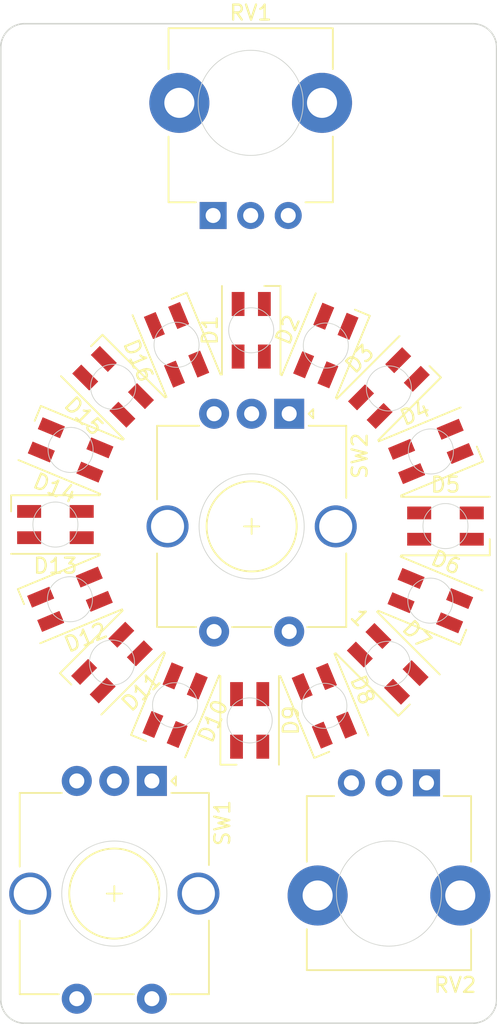
<source format=kicad_pcb>
(kicad_pcb (version 20171130) (host pcbnew "(5.1.5-0-10_14)")

  (general
    (thickness 1.6)
    (drawings 28)
    (tracks 0)
    (zones 0)
    (modules 20)
    (nets 29)
  )

  (page A4)
  (layers
    (0 F.Cu signal)
    (31 B.Cu signal)
    (32 B.Adhes user)
    (33 F.Adhes user)
    (34 B.Paste user)
    (35 F.Paste user)
    (36 B.SilkS user)
    (37 F.SilkS user)
    (38 B.Mask user)
    (39 F.Mask user)
    (40 Dwgs.User user)
    (41 Cmts.User user)
    (42 Eco1.User user)
    (43 Eco2.User user)
    (44 Edge.Cuts user)
    (45 Margin user)
    (46 B.CrtYd user hide)
    (47 F.CrtYd user hide)
    (48 B.Fab user hide)
    (49 F.Fab user hide)
  )

  (setup
    (last_trace_width 0.127)
    (trace_clearance 0.1016)
    (zone_clearance 0.508)
    (zone_45_only no)
    (trace_min 0.0889)
    (via_size 0.8)
    (via_drill 0.4)
    (via_min_size 0.4)
    (via_min_drill 0.3)
    (uvia_size 0.3)
    (uvia_drill 0.1)
    (uvias_allowed no)
    (uvia_min_size 0.2)
    (uvia_min_drill 0.1)
    (edge_width 0.05)
    (segment_width 0.2)
    (pcb_text_width 0.3)
    (pcb_text_size 1.5 1.5)
    (mod_edge_width 0.12)
    (mod_text_size 1 1)
    (mod_text_width 0.15)
    (pad_size 1.524 1.524)
    (pad_drill 0.762)
    (pad_to_mask_clearance 0.051)
    (solder_mask_min_width 0.25)
    (aux_axis_origin 197.7898 97.947429)
    (grid_origin 140.195487 90.830974)
    (visible_elements FFFFFF7F)
    (pcbplotparams
      (layerselection 0x010fc_ffffffff)
      (usegerberextensions false)
      (usegerberattributes false)
      (usegerberadvancedattributes false)
      (creategerberjobfile false)
      (excludeedgelayer true)
      (linewidth 0.050000)
      (plotframeref false)
      (viasonmask false)
      (mode 1)
      (useauxorigin false)
      (hpglpennumber 1)
      (hpglpenspeed 20)
      (hpglpendiameter 15.000000)
      (psnegative false)
      (psa4output false)
      (plotreference true)
      (plotvalue true)
      (plotinvisibletext false)
      (padsonsilk false)
      (subtractmaskfromsilk false)
      (outputformat 4)
      (mirror false)
      (drillshape 2)
      (scaleselection 1)
      (outputdirectory "gerber"))
  )

  (net 0 "")
  (net 1 GNDD)
  (net 2 +5V)
  (net 3 "Net-(D1-Pad2)")
  (net 4 "Net-(D2-Pad2)")
  (net 5 "Net-(D3-Pad2)")
  (net 6 "Net-(D4-Pad2)")
  (net 7 "Net-(D5-Pad2)")
  (net 8 "Net-(D6-Pad2)")
  (net 9 "Net-(D7-Pad2)")
  (net 10 "Net-(D8-Pad2)")
  (net 11 "Net-(D10-Pad4)")
  (net 12 "Net-(D10-Pad2)")
  (net 13 "Net-(D11-Pad2)")
  (net 14 "Net-(D12-Pad2)")
  (net 15 "Net-(D13-Pad2)")
  (net 16 "Net-(D14-Pad2)")
  (net 17 "Net-(D15-Pad2)")
  (net 18 "Net-(D16-Pad2)")
  (net 19 +3V3)
  (net 20 /GPIO32_PREVIEW)
  (net 21 /GPIO15_SPEED)
  (net 22 /GPIO16_BRIGHT)
  (net 23 "Net-(R1-Pad2)")
  (net 24 "Net-(R2-Pad2)")
  (net 25 "Net-(R3-Pad2)")
  (net 26 "Net-(R4-Pad2)")
  (net 27 "Net-(R10-Pad2)")
  (net 28 "Net-(R11-Pad2)")

  (net_class Default "This is the default net class."
    (clearance 0.1016)
    (trace_width 0.127)
    (via_dia 0.8)
    (via_drill 0.4)
    (uvia_dia 0.3)
    (uvia_drill 0.1)
    (add_net /GPIO15_SPEED)
    (add_net /GPIO16_BRIGHT)
    (add_net /GPIO32_PREVIEW)
    (add_net "Net-(D1-Pad2)")
    (add_net "Net-(D10-Pad2)")
    (add_net "Net-(D10-Pad4)")
    (add_net "Net-(D11-Pad2)")
    (add_net "Net-(D12-Pad2)")
    (add_net "Net-(D13-Pad2)")
    (add_net "Net-(D14-Pad2)")
    (add_net "Net-(D15-Pad2)")
    (add_net "Net-(D16-Pad2)")
    (add_net "Net-(D2-Pad2)")
    (add_net "Net-(D3-Pad2)")
    (add_net "Net-(D4-Pad2)")
    (add_net "Net-(D5-Pad2)")
    (add_net "Net-(D6-Pad2)")
    (add_net "Net-(D7-Pad2)")
    (add_net "Net-(D8-Pad2)")
    (add_net "Net-(R1-Pad2)")
    (add_net "Net-(R10-Pad2)")
    (add_net "Net-(R11-Pad2)")
    (add_net "Net-(R2-Pad2)")
    (add_net "Net-(R3-Pad2)")
    (add_net "Net-(R4-Pad2)")
  )

  (net_class Power ""
    (clearance 0.2)
    (trace_width 0.5)
    (via_dia 1.016)
    (via_drill 0.4)
    (uvia_dia 0.3)
    (uvia_drill 0.1)
    (add_net +3V3)
    (add_net +5V)
    (add_net GNDD)
  )

  (module Rotary_Encoder:RotaryEncoder_Alps_EC12E-Switch_Vertical_H20mm_CircularMountingHoles (layer F.Cu) (tedit 5A64F967) (tstamp 5E105558)
    (at 138.551587 119.868843 270)
    (descr "Alps rotary encoder, EC12E... with switch, vertical shaft, mounting holes with circular drills, http://www.alps.com/prod/info/E/HTML/Encoder/Incremental/EC12E/EC12E1240405.html & http://cdn-reichelt.de/documents/datenblatt/F100/402097STEC12E08.PDF")
    (tags "rotary encoder")
    (path /5E2ABEA9)
    (fp_text reference SW1 (at 2.8 -4.7 90) (layer F.SilkS)
      (effects (font (size 1 1) (thickness 0.15)))
    )
    (fp_text value Mode_Encoder (at 7.5 10.4 90) (layer F.Fab)
      (effects (font (size 1 1) (thickness 0.15)))
    )
    (fp_circle (center 7.5 2.5) (end 10.5 2.5) (layer F.Fab) (width 0.12))
    (fp_circle (center 7.5 2.5) (end 10.5 2.5) (layer F.SilkS) (width 0.12))
    (fp_line (start 16 10) (end -1.5 10) (layer F.CrtYd) (width 0.05))
    (fp_line (start 16 10) (end 16 -5) (layer F.CrtYd) (width 0.05))
    (fp_line (start -1.5 -5) (end -1.5 10) (layer F.CrtYd) (width 0.05))
    (fp_line (start -1.5 -5) (end 16 -5) (layer F.CrtYd) (width 0.05))
    (fp_line (start 1.9 -3.7) (end 14.1 -3.7) (layer F.Fab) (width 0.12))
    (fp_line (start 14.1 -3.7) (end 14.1 8.7) (layer F.Fab) (width 0.12))
    (fp_line (start 14.1 8.7) (end 0.9 8.7) (layer F.Fab) (width 0.12))
    (fp_line (start 0.9 8.7) (end 0.9 -2.6) (layer F.Fab) (width 0.12))
    (fp_line (start 0.9 -2.6) (end 1.9 -3.7) (layer F.Fab) (width 0.12))
    (fp_line (start 9.3 -3.8) (end 14.2 -3.8) (layer F.SilkS) (width 0.12))
    (fp_line (start 14.2 8.8) (end 9.3 8.8) (layer F.SilkS) (width 0.12))
    (fp_line (start 5.7 8.8) (end 0.8 8.8) (layer F.SilkS) (width 0.12))
    (fp_line (start 0.8 8.8) (end 0.8 6) (layer F.SilkS) (width 0.12))
    (fp_line (start 5.6 -3.8) (end 0.8 -3.8) (layer F.SilkS) (width 0.12))
    (fp_line (start 0.8 -3.8) (end 0.8 -1.3) (layer F.SilkS) (width 0.12))
    (fp_line (start 0 -1.3) (end -0.3 -1.6) (layer F.SilkS) (width 0.12))
    (fp_line (start -0.3 -1.6) (end 0.3 -1.6) (layer F.SilkS) (width 0.12))
    (fp_line (start 0.3 -1.6) (end 0 -1.3) (layer F.SilkS) (width 0.12))
    (fp_line (start 7.5 -0.5) (end 7.5 5.5) (layer F.Fab) (width 0.12))
    (fp_line (start 4.5 2.5) (end 10.5 2.5) (layer F.Fab) (width 0.12))
    (fp_line (start 14.2 -3.8) (end 14.2 -1.2) (layer F.SilkS) (width 0.12))
    (fp_line (start 14.2 1.2) (end 14.2 3.8) (layer F.SilkS) (width 0.12))
    (fp_line (start 14.2 6.2) (end 14.2 8.8) (layer F.SilkS) (width 0.12))
    (fp_line (start 7.5 2) (end 7.5 3) (layer F.SilkS) (width 0.12))
    (fp_line (start 7 2.5) (end 8 2.5) (layer F.SilkS) (width 0.12))
    (fp_text user %R (at 11.5 6.6 90) (layer F.Fab)
      (effects (font (size 1 1) (thickness 0.15)))
    )
    (pad A thru_hole rect (at 0 0 270) (size 2 2) (drill 1) (layers *.Cu *.Mask)
      (net 23 "Net-(R1-Pad2)"))
    (pad C thru_hole circle (at 0 2.5 270) (size 2 2) (drill 1) (layers *.Cu *.Mask)
      (net 1 GNDD))
    (pad B thru_hole circle (at 0 5 270) (size 2 2) (drill 1) (layers *.Cu *.Mask)
      (net 24 "Net-(R2-Pad2)"))
    (pad MP thru_hole circle (at 7.5 -3.1 270) (size 2.8 2.8) (drill 2.2) (layers *.Cu *.Mask))
    (pad MP thru_hole circle (at 7.5 8.1 270) (size 2.8 2.8) (drill 2.2) (layers *.Cu *.Mask))
    (pad S1 thru_hole circle (at 14.5 0 270) (size 2 2) (drill 1) (layers *.Cu *.Mask)
      (net 1 GNDD))
    (pad S2 thru_hole circle (at 14.5 5 270) (size 2 2) (drill 1) (layers *.Cu *.Mask)
      (net 27 "Net-(R10-Pad2)"))
    (model ${KISYS3DMOD}/Rotary_Encoder.3dshapes/RotaryEncoder_Alps_EC12E-Switch_Vertical_H20mm_CircularMountingHoles.wrl
      (at (xyz 0 0 0))
      (scale (xyz 1 1 1))
      (rotate (xyz 0 0 0))
    )
  )

  (module LED_SMD:LED_SK6812MINI_PLCC4_3.5x3.5mm_P1.75mm (layer F.Cu) (tedit 5AA4B22F) (tstamp 5DAE1105)
    (at 135.969624 93.628387 135)
    (descr https://cdn-shop.adafruit.com/product-files/2686/SK6812MINI_REV.01-1-2.pdf)
    (tags "LED RGB NeoPixel Mini")
    (path /5DB65B9F)
    (attr smd)
    (fp_text reference D15 (at 0 -2.75 135) (layer F.SilkS)
      (effects (font (size 1 1) (thickness 0.15)))
    )
    (fp_text value WS2812B (at 0 3.25 135) (layer F.Fab)
      (effects (font (size 1 1) (thickness 0.15)))
    )
    (fp_circle (center 0 0) (end 0 -1.5) (layer F.Fab) (width 0.1))
    (fp_line (start 2.95 1.95) (end 2.95 0.875) (layer F.SilkS) (width 0.12))
    (fp_line (start -2.95 1.95) (end 2.95 1.95) (layer F.SilkS) (width 0.12))
    (fp_line (start -2.95 -1.95) (end 2.95 -1.95) (layer F.SilkS) (width 0.12))
    (fp_line (start 1.75 -1.75) (end -1.75 -1.75) (layer F.Fab) (width 0.1))
    (fp_line (start 1.75 1.75) (end 1.75 -1.75) (layer F.Fab) (width 0.1))
    (fp_line (start -1.75 1.75) (end 1.75 1.75) (layer F.Fab) (width 0.1))
    (fp_line (start -1.75 -1.75) (end -1.75 1.75) (layer F.Fab) (width 0.1))
    (fp_line (start 1.75 0.75) (end 0.75 1.75) (layer F.Fab) (width 0.1))
    (fp_line (start -2.8 -2) (end -2.8 2) (layer F.CrtYd) (width 0.05))
    (fp_line (start -2.8 2) (end 2.8 2) (layer F.CrtYd) (width 0.05))
    (fp_line (start 2.8 2) (end 2.8 -2) (layer F.CrtYd) (width 0.05))
    (fp_line (start 2.8 -2) (end -2.8 -2) (layer F.CrtYd) (width 0.05))
    (fp_text user %R (at 0 0 135) (layer F.Fab)
      (effects (font (size 0.5 0.5) (thickness 0.1)))
    )
    (fp_text user 1 (at -3.5 -0.875 135) (layer F.SilkS) hide
      (effects (font (size 1 1) (thickness 0.15)))
    )
    (pad 1 smd rect (at -1.75 -0.875 135) (size 1.6 0.85) (layers F.Cu F.Paste F.Mask)
      (net 2 +5V))
    (pad 2 smd rect (at -1.75 0.875 135) (size 1.6 0.85) (layers F.Cu F.Paste F.Mask)
      (net 17 "Net-(D15-Pad2)"))
    (pad 4 smd rect (at 1.75 -0.875 135) (size 1.6 0.85) (layers F.Cu F.Paste F.Mask)
      (net 16 "Net-(D14-Pad2)"))
    (pad 3 smd rect (at 1.75 0.875 135) (size 1.6 0.85) (layers F.Cu F.Paste F.Mask)
      (net 1 GNDD))
    (model ${KISYS3DMOD}/LED_SMD.3dshapes/LED_SK6812MINI_PLCC4_3.5x3.5mm_P1.75mm.wrl
      (at (xyz 0 0 0))
      (scale (xyz 1 1 1))
      (rotate (xyz 0 0 0))
    )
  )

  (module LED_SMD:LED_SK6812MINI_PLCC4_3.5x3.5mm_P1.75mm (layer F.Cu) (tedit 5AA4B22F) (tstamp 5E03B2FF)
    (at 145.16795 89.863313 90)
    (descr https://cdn-shop.adafruit.com/product-files/2686/SK6812MINI_REV.01-1-2.pdf)
    (tags "LED RGB NeoPixel Mini")
    (path /5DB39DEB)
    (attr smd)
    (fp_text reference D1 (at 0 -2.75 90) (layer F.SilkS)
      (effects (font (size 1 1) (thickness 0.15)))
    )
    (fp_text value WS2812B (at 0 3.25 90) (layer F.Fab)
      (effects (font (size 1 1) (thickness 0.15)))
    )
    (fp_circle (center 0 0) (end 0 -1.5) (layer F.Fab) (width 0.1))
    (fp_line (start 2.95 1.95) (end 2.95 0.875) (layer F.SilkS) (width 0.12))
    (fp_line (start -2.95 1.95) (end 2.95 1.95) (layer F.SilkS) (width 0.12))
    (fp_line (start -2.95 -1.95) (end 2.95 -1.95) (layer F.SilkS) (width 0.12))
    (fp_line (start 1.75 -1.75) (end -1.75 -1.75) (layer F.Fab) (width 0.1))
    (fp_line (start 1.75 1.75) (end 1.75 -1.75) (layer F.Fab) (width 0.1))
    (fp_line (start -1.75 1.75) (end 1.75 1.75) (layer F.Fab) (width 0.1))
    (fp_line (start -1.75 -1.75) (end -1.75 1.75) (layer F.Fab) (width 0.1))
    (fp_line (start 1.75 0.75) (end 0.75 1.75) (layer F.Fab) (width 0.1))
    (fp_line (start -2.8 -2) (end -2.8 2) (layer F.CrtYd) (width 0.05))
    (fp_line (start -2.8 2) (end 2.8 2) (layer F.CrtYd) (width 0.05))
    (fp_line (start 2.8 2) (end 2.8 -2) (layer F.CrtYd) (width 0.05))
    (fp_line (start 2.8 -2) (end -2.8 -2) (layer F.CrtYd) (width 0.05))
    (fp_text user %R (at 0 0 90) (layer F.Fab)
      (effects (font (size 0.5 0.5) (thickness 0.1)))
    )
    (fp_text user 1 (at -3.5 -0.875 90) (layer F.SilkS) hide
      (effects (font (size 1 1) (thickness 0.15)))
    )
    (pad 1 smd rect (at -1.75 -0.875 90) (size 1.6 0.85) (layers F.Cu F.Paste F.Mask)
      (net 2 +5V))
    (pad 2 smd rect (at -1.75 0.875 90) (size 1.6 0.85) (layers F.Cu F.Paste F.Mask)
      (net 3 "Net-(D1-Pad2)"))
    (pad 4 smd rect (at 1.75 -0.875 90) (size 1.6 0.85) (layers F.Cu F.Paste F.Mask)
      (net 20 /GPIO32_PREVIEW))
    (pad 3 smd rect (at 1.75 0.875 90) (size 1.6 0.85) (layers F.Cu F.Paste F.Mask)
      (net 1 GNDD))
    (model ${KISYS3DMOD}/LED_SMD.3dshapes/LED_SK6812MINI_PLCC4_3.5x3.5mm_P1.75mm.wrl
      (at (xyz 0 0 0))
      (scale (xyz 1 1 1))
      (rotate (xyz 0 0 0))
    )
  )

  (module LED_SMD:LED_SK6812MINI_PLCC4_3.5x3.5mm_P1.75mm (layer F.Cu) (tedit 5AA4B22F) (tstamp 5DAE111C)
    (at 140.195487 90.830974 112.5)
    (descr https://cdn-shop.adafruit.com/product-files/2686/SK6812MINI_REV.01-1-2.pdf)
    (tags "LED RGB NeoPixel Mini")
    (path /5DB65BA5)
    (attr smd)
    (fp_text reference D16 (at 0.000001 -2.75 112.5) (layer F.SilkS)
      (effects (font (size 1 1) (thickness 0.15)))
    )
    (fp_text value WS2812B (at 0 3.249999 112.5) (layer F.Fab)
      (effects (font (size 1 1) (thickness 0.15)))
    )
    (fp_circle (center 0 0) (end 0 -1.5) (layer F.Fab) (width 0.1))
    (fp_line (start 2.95 1.95) (end 2.95 0.875) (layer F.SilkS) (width 0.12))
    (fp_line (start -2.95 1.95) (end 2.95 1.95) (layer F.SilkS) (width 0.12))
    (fp_line (start -2.95 -1.95) (end 2.95 -1.95) (layer F.SilkS) (width 0.12))
    (fp_line (start 1.75 -1.75) (end -1.75 -1.75) (layer F.Fab) (width 0.1))
    (fp_line (start 1.75 1.75) (end 1.75 -1.75) (layer F.Fab) (width 0.1))
    (fp_line (start -1.75 1.75) (end 1.75 1.75) (layer F.Fab) (width 0.1))
    (fp_line (start -1.75 -1.75) (end -1.75 1.75) (layer F.Fab) (width 0.1))
    (fp_line (start 1.75 0.75) (end 0.75 1.75) (layer F.Fab) (width 0.1))
    (fp_line (start -2.8 -2) (end -2.8 2) (layer F.CrtYd) (width 0.05))
    (fp_line (start -2.8 2) (end 2.8 2) (layer F.CrtYd) (width 0.05))
    (fp_line (start 2.8 2) (end 2.8 -2) (layer F.CrtYd) (width 0.05))
    (fp_line (start 2.8 -2) (end -2.8 -2) (layer F.CrtYd) (width 0.05))
    (fp_text user %R (at 0 0 112.5) (layer F.Fab)
      (effects (font (size 0.5 0.5) (thickness 0.1)))
    )
    (fp_text user 1 (at -3.499999 -0.875 112.5) (layer F.SilkS) hide
      (effects (font (size 1 1) (thickness 0.15)))
    )
    (pad 1 smd rect (at -1.75 -0.875 112.5) (size 1.6 0.85) (layers F.Cu F.Paste F.Mask)
      (net 2 +5V))
    (pad 2 smd rect (at -1.75 0.875 112.5) (size 1.6 0.85) (layers F.Cu F.Paste F.Mask)
      (net 18 "Net-(D16-Pad2)"))
    (pad 4 smd rect (at 1.75 -0.875 112.5) (size 1.6 0.85) (layers F.Cu F.Paste F.Mask)
      (net 17 "Net-(D15-Pad2)"))
    (pad 3 smd rect (at 1.75 0.875 112.5) (size 1.6 0.85) (layers F.Cu F.Paste F.Mask)
      (net 1 GNDD))
    (model ${KISYS3DMOD}/LED_SMD.3dshapes/LED_SK6812MINI_PLCC4_3.5x3.5mm_P1.75mm.wrl
      (at (xyz 0 0 0))
      (scale (xyz 1 1 1))
      (rotate (xyz 0 0 0))
    )
  )

  (module LED_SMD:LED_SK6812MINI_PLCC4_3.5x3.5mm_P1.75mm (layer F.Cu) (tedit 5AA4B22F) (tstamp 5DAE0FF1)
    (at 154.335796 93.712207 45)
    (descr https://cdn-shop.adafruit.com/product-files/2686/SK6812MINI_REV.01-1-2.pdf)
    (tags "LED RGB NeoPixel Mini")
    (path /5DB3E16D)
    (attr smd)
    (fp_text reference D3 (at 0 -2.75 45) (layer F.SilkS)
      (effects (font (size 1 1) (thickness 0.15)))
    )
    (fp_text value WS2812B (at 0 3.25 45) (layer F.Fab)
      (effects (font (size 1 1) (thickness 0.15)))
    )
    (fp_circle (center 0 0) (end 0 -1.5) (layer F.Fab) (width 0.1))
    (fp_line (start 2.95 1.95) (end 2.95 0.875) (layer F.SilkS) (width 0.12))
    (fp_line (start -2.95 1.95) (end 2.95 1.95) (layer F.SilkS) (width 0.12))
    (fp_line (start -2.95 -1.95) (end 2.95 -1.95) (layer F.SilkS) (width 0.12))
    (fp_line (start 1.75 -1.75) (end -1.75 -1.75) (layer F.Fab) (width 0.1))
    (fp_line (start 1.75 1.75) (end 1.75 -1.75) (layer F.Fab) (width 0.1))
    (fp_line (start -1.75 1.75) (end 1.75 1.75) (layer F.Fab) (width 0.1))
    (fp_line (start -1.75 -1.75) (end -1.75 1.75) (layer F.Fab) (width 0.1))
    (fp_line (start 1.75 0.75) (end 0.75 1.75) (layer F.Fab) (width 0.1))
    (fp_line (start -2.8 -2) (end -2.8 2) (layer F.CrtYd) (width 0.05))
    (fp_line (start -2.8 2) (end 2.8 2) (layer F.CrtYd) (width 0.05))
    (fp_line (start 2.8 2) (end 2.8 -2) (layer F.CrtYd) (width 0.05))
    (fp_line (start 2.8 -2) (end -2.8 -2) (layer F.CrtYd) (width 0.05))
    (fp_text user %R (at 0 0 45) (layer F.Fab)
      (effects (font (size 0.5 0.5) (thickness 0.1)))
    )
    (fp_text user 1 (at -3.5 -0.875 45) (layer F.SilkS) hide
      (effects (font (size 1 1) (thickness 0.15)))
    )
    (pad 1 smd rect (at -1.75 -0.875 45) (size 1.6 0.85) (layers F.Cu F.Paste F.Mask)
      (net 2 +5V))
    (pad 2 smd rect (at -1.75 0.875 45) (size 1.6 0.85) (layers F.Cu F.Paste F.Mask)
      (net 5 "Net-(D3-Pad2)"))
    (pad 4 smd rect (at 1.75 -0.875 45) (size 1.6 0.85) (layers F.Cu F.Paste F.Mask)
      (net 4 "Net-(D2-Pad2)"))
    (pad 3 smd rect (at 1.75 0.875 45) (size 1.6 0.85) (layers F.Cu F.Paste F.Mask)
      (net 1 GNDD))
    (model ${KISYS3DMOD}/LED_SMD.3dshapes/LED_SK6812MINI_PLCC4_3.5x3.5mm_P1.75mm.wrl
      (at (xyz 0 0 0))
      (scale (xyz 1 1 1))
      (rotate (xyz 0 0 0))
    )
  )

  (module LED_SMD:LED_SK6812MINI_PLCC4_3.5x3.5mm_P1.75mm (layer F.Cu) (tedit 5AA4B22F) (tstamp 5E009DCB)
    (at 150.135333 90.879234 67.5)
    (descr https://cdn-shop.adafruit.com/product-files/2686/SK6812MINI_REV.01-1-2.pdf)
    (tags "LED RGB NeoPixel Mini")
    (path /5DB3D90F)
    (attr smd)
    (fp_text reference D2 (at -0.000001 -2.75 67.5) (layer F.SilkS)
      (effects (font (size 1 1) (thickness 0.15)))
    )
    (fp_text value WS2812B (at 0 3.249999 67.5) (layer F.Fab)
      (effects (font (size 1 1) (thickness 0.15)))
    )
    (fp_circle (center 0 0) (end 0 -1.5) (layer F.Fab) (width 0.1))
    (fp_line (start 2.95 1.95) (end 2.95 0.875) (layer F.SilkS) (width 0.12))
    (fp_line (start -2.95 1.95) (end 2.95 1.95) (layer F.SilkS) (width 0.12))
    (fp_line (start -2.95 -1.95) (end 2.95 -1.95) (layer F.SilkS) (width 0.12))
    (fp_line (start 1.75 -1.75) (end -1.75 -1.75) (layer F.Fab) (width 0.1))
    (fp_line (start 1.75 1.75) (end 1.75 -1.75) (layer F.Fab) (width 0.1))
    (fp_line (start -1.75 1.75) (end 1.75 1.75) (layer F.Fab) (width 0.1))
    (fp_line (start -1.75 -1.75) (end -1.75 1.75) (layer F.Fab) (width 0.1))
    (fp_line (start 1.75 0.75) (end 0.75 1.75) (layer F.Fab) (width 0.1))
    (fp_line (start -2.8 -2) (end -2.8 2) (layer F.CrtYd) (width 0.05))
    (fp_line (start -2.8 2) (end 2.8 2) (layer F.CrtYd) (width 0.05))
    (fp_line (start 2.8 2) (end 2.8 -2) (layer F.CrtYd) (width 0.05))
    (fp_line (start 2.8 -2) (end -2.8 -2) (layer F.CrtYd) (width 0.05))
    (fp_text user %R (at 0 0 67.5) (layer F.Fab)
      (effects (font (size 0.5 0.5) (thickness 0.1)))
    )
    (fp_text user 1 (at -3.5 -0.875001 67.5) (layer F.SilkS) hide
      (effects (font (size 1 1) (thickness 0.15)))
    )
    (pad 1 smd rect (at -1.75 -0.875 67.5) (size 1.6 0.85) (layers F.Cu F.Paste F.Mask)
      (net 2 +5V))
    (pad 2 smd rect (at -1.75 0.875 67.5) (size 1.6 0.85) (layers F.Cu F.Paste F.Mask)
      (net 4 "Net-(D2-Pad2)"))
    (pad 4 smd rect (at 1.75 -0.875 67.5) (size 1.6 0.85) (layers F.Cu F.Paste F.Mask)
      (net 3 "Net-(D1-Pad2)"))
    (pad 3 smd rect (at 1.75 0.875 67.5) (size 1.6 0.85) (layers F.Cu F.Paste F.Mask)
      (net 1 GNDD))
    (model ${KISYS3DMOD}/LED_SMD.3dshapes/LED_SK6812MINI_PLCC4_3.5x3.5mm_P1.75mm.wrl
      (at (xyz 0 0 0))
      (scale (xyz 1 1 1))
      (rotate (xyz 0 0 0))
    )
  )

  (module Potentiometer_THT:Potentiometer_TT_P0915N (layer F.Cu) (tedit 5A873D33) (tstamp 5DAE17DC)
    (at 156.839587 119.995843 180)
    (descr http://www.ttelectronics.com/sites/default/files/download-files/Datasheet_PanelPot_P09xSeries.pdf)
    (tags "potentiometer vertical TT P0915N single")
    (path /5DB1EC9A)
    (fp_text reference RV2 (at -1.905 -13.462) (layer F.SilkS)
      (effects (font (size 1 1) (thickness 0.15)))
    )
    (fp_text value Bright_Pot (at 2.5 2) (layer F.Fab)
      (effects (font (size 1 1) (thickness 0.15)))
    )
    (fp_line (start 7.97 -12.47) (end 7.97 -9.75) (layer F.SilkS) (width 0.12))
    (fp_line (start 7.97 -5.25) (end 7.97 -0.88) (layer F.SilkS) (width 0.12))
    (fp_line (start -2.97 -5.25) (end -2.97 -0.88) (layer F.SilkS) (width 0.12))
    (fp_line (start 9.5 -5.25) (end 9.5 -9.75) (layer F.CrtYd) (width 0.05))
    (fp_line (start 9.5 -5.25) (end 8.1 -5.25) (layer F.CrtYd) (width 0.05))
    (fp_line (start 9.5 -9.75) (end 8.1 -9.75) (layer F.CrtYd) (width 0.05))
    (fp_line (start 8.1 -9.75) (end 8.1 -12.6) (layer F.CrtYd) (width 0.05))
    (fp_line (start 8.1 -0.75) (end 8.1 -5.25) (layer F.CrtYd) (width 0.05))
    (fp_line (start -3.1 -5.25) (end -4.5 -5.25) (layer F.CrtYd) (width 0.05))
    (fp_line (start -3.1 -0.75) (end -3.1 -5.25) (layer F.CrtYd) (width 0.05))
    (fp_line (start -4.5 -5.25) (end -4.5 -9.75) (layer F.CrtYd) (width 0.05))
    (fp_line (start -3.1 -9.75) (end -4.5 -9.75) (layer F.CrtYd) (width 0.05))
    (fp_line (start 6.15 1.15) (end -1.15 1.15) (layer F.CrtYd) (width 0.05))
    (fp_line (start -1.15 1.15) (end -1.15 -0.75) (layer F.CrtYd) (width 0.05))
    (fp_line (start -1.15 -0.75) (end -3.1 -0.75) (layer F.CrtYd) (width 0.05))
    (fp_line (start 6.15 1.15) (end 6.15 -0.75) (layer F.CrtYd) (width 0.05))
    (fp_line (start -1.15 -0.88) (end -2.97 -0.88) (layer F.SilkS) (width 0.12))
    (fp_text user %R (at 2.5 -7.5) (layer F.Fab)
      (effects (font (size 1 1) (thickness 0.15)))
    )
    (fp_line (start 7.85 -12.35) (end 7.85 -1) (layer F.Fab) (width 0.1))
    (fp_line (start 7.85 -1) (end -2.85 -1) (layer F.Fab) (width 0.1))
    (fp_line (start -2.85 -1) (end -2.85 -12.35) (layer F.Fab) (width 0.1))
    (fp_line (start -2.85 -12.35) (end 7.85 -12.35) (layer F.Fab) (width 0.1))
    (fp_circle (center 2.5 -7.5) (end 5.5 -7.5) (layer F.Fab) (width 0.12))
    (fp_line (start 7.97 -12.47) (end -2.97 -12.47) (layer F.SilkS) (width 0.12))
    (fp_line (start -2.97 -12.47) (end -2.97 -9.75) (layer F.SilkS) (width 0.12))
    (fp_line (start 7.97 -0.88) (end 6.15 -0.88) (layer F.SilkS) (width 0.12))
    (fp_line (start -3.1 -12.6) (end 8.1 -12.6) (layer F.CrtYd) (width 0.05))
    (fp_line (start 8.1 -0.75) (end 6.15 -0.75) (layer F.CrtYd) (width 0.05))
    (fp_line (start -3.1 -9.75) (end -3.1 -12.6) (layer F.CrtYd) (width 0.05))
    (pad 1 thru_hole rect (at 0 0 180) (size 1.8 1.8) (drill 1) (layers *.Cu *.Mask)
      (net 1 GNDD))
    (pad 2 thru_hole circle (at 2.5 0 180) (size 1.8 1.8) (drill 1) (layers *.Cu *.Mask)
      (net 22 /GPIO16_BRIGHT))
    (pad 3 thru_hole circle (at 5 0 180) (size 1.8 1.8) (drill 1) (layers *.Cu *.Mask)
      (net 19 +3V3))
    (pad "" thru_hole oval (at -2.25 -7.5 180) (size 4 4) (drill 2) (layers *.Cu *.Mask))
    (pad "" thru_hole oval (at 7.25 -7.5 180) (size 4 4) (drill 2) (layers *.Cu *.Mask))
    (model ${KISYS3DMOD}/Potentiometer_THT.3dshapes/Potentiometer_TT_P0915N.wrl
      (at (xyz 0 0 0))
      (scale (xyz 1 1 1))
      (rotate (xyz 0 0 0))
    )
  )

  (module Potentiometer_THT:Potentiometer_TT_P0915N (layer F.Cu) (tedit 5A873D33) (tstamp 5E0ED474)
    (at 142.631587 82.221014)
    (descr http://www.ttelectronics.com/sites/default/files/download-files/Datasheet_PanelPot_P09xSeries.pdf)
    (tags "potentiometer vertical TT P0915N single")
    (path /5DB2A214)
    (fp_text reference RV1 (at 2.5 -13.5) (layer F.SilkS)
      (effects (font (size 1 1) (thickness 0.15)))
    )
    (fp_text value Speed_Pot (at 2.5 2) (layer F.Fab)
      (effects (font (size 1 1) (thickness 0.15)))
    )
    (fp_line (start 7.97 -12.47) (end 7.97 -9.75) (layer F.SilkS) (width 0.12))
    (fp_line (start 7.97 -5.25) (end 7.97 -0.88) (layer F.SilkS) (width 0.12))
    (fp_line (start -2.97 -5.25) (end -2.97 -0.88) (layer F.SilkS) (width 0.12))
    (fp_line (start 9.5 -5.25) (end 9.5 -9.75) (layer F.CrtYd) (width 0.05))
    (fp_line (start 9.5 -5.25) (end 8.1 -5.25) (layer F.CrtYd) (width 0.05))
    (fp_line (start 9.5 -9.75) (end 8.1 -9.75) (layer F.CrtYd) (width 0.05))
    (fp_line (start 8.1 -9.75) (end 8.1 -12.6) (layer F.CrtYd) (width 0.05))
    (fp_line (start 8.1 -0.75) (end 8.1 -5.25) (layer F.CrtYd) (width 0.05))
    (fp_line (start -3.1 -5.25) (end -4.5 -5.25) (layer F.CrtYd) (width 0.05))
    (fp_line (start -3.1 -0.75) (end -3.1 -5.25) (layer F.CrtYd) (width 0.05))
    (fp_line (start -4.5 -5.25) (end -4.5 -9.75) (layer F.CrtYd) (width 0.05))
    (fp_line (start -3.1 -9.75) (end -4.5 -9.75) (layer F.CrtYd) (width 0.05))
    (fp_line (start 6.15 1.15) (end -1.15 1.15) (layer F.CrtYd) (width 0.05))
    (fp_line (start -1.15 1.15) (end -1.15 -0.75) (layer F.CrtYd) (width 0.05))
    (fp_line (start -1.15 -0.75) (end -3.1 -0.75) (layer F.CrtYd) (width 0.05))
    (fp_line (start 6.15 1.15) (end 6.15 -0.75) (layer F.CrtYd) (width 0.05))
    (fp_line (start -1.15 -0.88) (end -2.97 -0.88) (layer F.SilkS) (width 0.12))
    (fp_text user %R (at 2.5 -7.5) (layer F.Fab)
      (effects (font (size 1 1) (thickness 0.15)))
    )
    (fp_line (start 7.85 -12.35) (end 7.85 -1) (layer F.Fab) (width 0.1))
    (fp_line (start 7.85 -1) (end -2.85 -1) (layer F.Fab) (width 0.1))
    (fp_line (start -2.85 -1) (end -2.85 -12.35) (layer F.Fab) (width 0.1))
    (fp_line (start -2.85 -12.35) (end 7.85 -12.35) (layer F.Fab) (width 0.1))
    (fp_circle (center 2.5 -7.5) (end 5.5 -7.5) (layer F.Fab) (width 0.12))
    (fp_line (start 7.97 -12.47) (end -2.97 -12.47) (layer F.SilkS) (width 0.12))
    (fp_line (start -2.97 -12.47) (end -2.97 -9.75) (layer F.SilkS) (width 0.12))
    (fp_line (start 7.97 -0.88) (end 6.15 -0.88) (layer F.SilkS) (width 0.12))
    (fp_line (start -3.1 -12.6) (end 8.1 -12.6) (layer F.CrtYd) (width 0.05))
    (fp_line (start 8.1 -0.75) (end 6.15 -0.75) (layer F.CrtYd) (width 0.05))
    (fp_line (start -3.1 -9.75) (end -3.1 -12.6) (layer F.CrtYd) (width 0.05))
    (pad 1 thru_hole rect (at 0 0) (size 1.8 1.8) (drill 1) (layers *.Cu *.Mask)
      (net 1 GNDD))
    (pad 2 thru_hole circle (at 2.5 0) (size 1.8 1.8) (drill 1) (layers *.Cu *.Mask)
      (net 21 /GPIO15_SPEED))
    (pad 3 thru_hole circle (at 5 0) (size 1.8 1.8) (drill 1) (layers *.Cu *.Mask)
      (net 19 +3V3))
    (pad "" thru_hole oval (at -2.25 -7.5) (size 4 4) (drill 2) (layers *.Cu *.Mask))
    (pad "" thru_hole oval (at 7.25 -7.5) (size 4 4) (drill 2) (layers *.Cu *.Mask))
    (model ${KISYS3DMOD}/Potentiometer_THT.3dshapes/Potentiometer_TT_P0915N.wrl
      (at (xyz 0 0 0))
      (scale (xyz 1 1 1))
      (rotate (xyz 0 0 0))
    )
  )

  (module Rotary_Encoder:RotaryEncoder_Alps_EC12E-Switch_Vertical_H20mm_CircularMountingHoles (layer F.Cu) (tedit 5A64F967) (tstamp 5E10557F)
    (at 147.695587 95.421343 270)
    (descr "Alps rotary encoder, EC12E... with switch, vertical shaft, mounting holes with circular drills, http://www.alps.com/prod/info/E/HTML/Encoder/Incremental/EC12E/EC12E1240405.html & http://cdn-reichelt.de/documents/datenblatt/F100/402097STEC12E08.PDF")
    (tags "rotary encoder")
    (path /5E2ADF54)
    (fp_text reference SW2 (at 2.8 -4.7 90) (layer F.SilkS)
      (effects (font (size 1 1) (thickness 0.15)))
    )
    (fp_text value Color_Encoder (at 7.5 10.4 90) (layer F.Fab)
      (effects (font (size 1 1) (thickness 0.15)))
    )
    (fp_circle (center 7.5 2.5) (end 10.5 2.5) (layer F.Fab) (width 0.12))
    (fp_circle (center 7.5 2.5) (end 10.5 2.5) (layer F.SilkS) (width 0.12))
    (fp_line (start 16 10) (end -1.5 10) (layer F.CrtYd) (width 0.05))
    (fp_line (start 16 10) (end 16 -5) (layer F.CrtYd) (width 0.05))
    (fp_line (start -1.5 -5) (end -1.5 10) (layer F.CrtYd) (width 0.05))
    (fp_line (start -1.5 -5) (end 16 -5) (layer F.CrtYd) (width 0.05))
    (fp_line (start 1.9 -3.7) (end 14.1 -3.7) (layer F.Fab) (width 0.12))
    (fp_line (start 14.1 -3.7) (end 14.1 8.7) (layer F.Fab) (width 0.12))
    (fp_line (start 14.1 8.7) (end 0.9 8.7) (layer F.Fab) (width 0.12))
    (fp_line (start 0.9 8.7) (end 0.9 -2.6) (layer F.Fab) (width 0.12))
    (fp_line (start 0.9 -2.6) (end 1.9 -3.7) (layer F.Fab) (width 0.12))
    (fp_line (start 9.3 -3.8) (end 14.2 -3.8) (layer F.SilkS) (width 0.12))
    (fp_line (start 14.2 8.8) (end 9.3 8.8) (layer F.SilkS) (width 0.12))
    (fp_line (start 5.7 8.8) (end 0.8 8.8) (layer F.SilkS) (width 0.12))
    (fp_line (start 0.8 8.8) (end 0.8 6) (layer F.SilkS) (width 0.12))
    (fp_line (start 5.6 -3.8) (end 0.8 -3.8) (layer F.SilkS) (width 0.12))
    (fp_line (start 0.8 -3.8) (end 0.8 -1.3) (layer F.SilkS) (width 0.12))
    (fp_line (start 0 -1.3) (end -0.3 -1.6) (layer F.SilkS) (width 0.12))
    (fp_line (start -0.3 -1.6) (end 0.3 -1.6) (layer F.SilkS) (width 0.12))
    (fp_line (start 0.3 -1.6) (end 0 -1.3) (layer F.SilkS) (width 0.12))
    (fp_line (start 7.5 -0.5) (end 7.5 5.5) (layer F.Fab) (width 0.12))
    (fp_line (start 4.5 2.5) (end 10.5 2.5) (layer F.Fab) (width 0.12))
    (fp_line (start 14.2 -3.8) (end 14.2 -1.2) (layer F.SilkS) (width 0.12))
    (fp_line (start 14.2 1.2) (end 14.2 3.8) (layer F.SilkS) (width 0.12))
    (fp_line (start 14.2 6.2) (end 14.2 8.8) (layer F.SilkS) (width 0.12))
    (fp_line (start 7.5 2) (end 7.5 3) (layer F.SilkS) (width 0.12))
    (fp_line (start 7 2.5) (end 8 2.5) (layer F.SilkS) (width 0.12))
    (fp_text user %R (at 11.5 6.6 90) (layer F.Fab)
      (effects (font (size 1 1) (thickness 0.15)))
    )
    (pad A thru_hole rect (at 0 0 270) (size 2 2) (drill 1) (layers *.Cu *.Mask)
      (net 26 "Net-(R4-Pad2)"))
    (pad C thru_hole circle (at 0 2.5 270) (size 2 2) (drill 1) (layers *.Cu *.Mask)
      (net 1 GNDD))
    (pad B thru_hole circle (at 0 5 270) (size 2 2) (drill 1) (layers *.Cu *.Mask)
      (net 25 "Net-(R3-Pad2)"))
    (pad MP thru_hole circle (at 7.5 -3.1 270) (size 2.8 2.8) (drill 2.2) (layers *.Cu *.Mask))
    (pad MP thru_hole circle (at 7.5 8.1 270) (size 2.8 2.8) (drill 2.2) (layers *.Cu *.Mask))
    (pad S1 thru_hole circle (at 14.5 0 270) (size 2 2) (drill 1) (layers *.Cu *.Mask)
      (net 28 "Net-(R11-Pad2)"))
    (pad S2 thru_hole circle (at 14.5 5 270) (size 2 2) (drill 1) (layers *.Cu *.Mask)
      (net 1 GNDD))
    (model ${KISYS3DMOD}/Rotary_Encoder.3dshapes/RotaryEncoder_Alps_EC12E-Switch_Vertical_H20mm_CircularMountingHoles.wrl
      (at (xyz 0 0 0))
      (scale (xyz 1 1 1))
      (rotate (xyz 0 0 0))
    )
  )

  (module LED_SMD:LED_SK6812MINI_PLCC4_3.5x3.5mm_P1.75mm (layer F.Cu) (tedit 5AA4B22F) (tstamp 5DAE10EE)
    (at 133.139191 97.83139 157.5)
    (descr https://cdn-shop.adafruit.com/product-files/2686/SK6812MINI_REV.01-1-2.pdf)
    (tags "LED RGB NeoPixel Mini")
    (path /5DB65B99)
    (attr smd)
    (fp_text reference D14 (at -0.000001 -2.75 157.5) (layer F.SilkS)
      (effects (font (size 1 1) (thickness 0.15)))
    )
    (fp_text value WS2812B (at 0 3.249999 157.5) (layer F.Fab)
      (effects (font (size 1 1) (thickness 0.15)))
    )
    (fp_circle (center 0 0) (end 0 -1.5) (layer F.Fab) (width 0.1))
    (fp_line (start 2.95 1.95) (end 2.95 0.875) (layer F.SilkS) (width 0.12))
    (fp_line (start -2.95 1.95) (end 2.95 1.95) (layer F.SilkS) (width 0.12))
    (fp_line (start -2.95 -1.95) (end 2.95 -1.95) (layer F.SilkS) (width 0.12))
    (fp_line (start 1.75 -1.75) (end -1.75 -1.75) (layer F.Fab) (width 0.1))
    (fp_line (start 1.75 1.75) (end 1.75 -1.75) (layer F.Fab) (width 0.1))
    (fp_line (start -1.75 1.75) (end 1.75 1.75) (layer F.Fab) (width 0.1))
    (fp_line (start -1.75 -1.75) (end -1.75 1.75) (layer F.Fab) (width 0.1))
    (fp_line (start 1.75 0.75) (end 0.75 1.75) (layer F.Fab) (width 0.1))
    (fp_line (start -2.8 -2) (end -2.8 2) (layer F.CrtYd) (width 0.05))
    (fp_line (start -2.8 2) (end 2.8 2) (layer F.CrtYd) (width 0.05))
    (fp_line (start 2.8 2) (end 2.8 -2) (layer F.CrtYd) (width 0.05))
    (fp_line (start 2.8 -2) (end -2.8 -2) (layer F.CrtYd) (width 0.05))
    (fp_text user %R (at 0 0 157.5) (layer F.Fab)
      (effects (font (size 0.5 0.5) (thickness 0.1)))
    )
    (fp_text user 1 (at -3.5 -0.875001 157.5) (layer F.SilkS) hide
      (effects (font (size 1 1) (thickness 0.15)))
    )
    (pad 1 smd rect (at -1.75 -0.875 157.5) (size 1.6 0.85) (layers F.Cu F.Paste F.Mask)
      (net 2 +5V))
    (pad 2 smd rect (at -1.75 0.875 157.5) (size 1.6 0.85) (layers F.Cu F.Paste F.Mask)
      (net 16 "Net-(D14-Pad2)"))
    (pad 4 smd rect (at 1.75 -0.875 157.5) (size 1.6 0.85) (layers F.Cu F.Paste F.Mask)
      (net 15 "Net-(D13-Pad2)"))
    (pad 3 smd rect (at 1.75 0.875 157.5) (size 1.6 0.85) (layers F.Cu F.Paste F.Mask)
      (net 1 GNDD))
    (model ${KISYS3DMOD}/LED_SMD.3dshapes/LED_SK6812MINI_PLCC4_3.5x3.5mm_P1.75mm.wrl
      (at (xyz 0 0 0))
      (scale (xyz 1 1 1))
      (rotate (xyz 0 0 0))
    )
  )

  (module LED_SMD:LED_SK6812MINI_PLCC4_3.5x3.5mm_P1.75mm (layer F.Cu) (tedit 5AA4B22F) (tstamp 5DAE10D7)
    (at 132.12835 102.798773 180)
    (descr https://cdn-shop.adafruit.com/product-files/2686/SK6812MINI_REV.01-1-2.pdf)
    (tags "LED RGB NeoPixel Mini")
    (path /5DB65B93)
    (attr smd)
    (fp_text reference D13 (at 0 -2.75 180) (layer F.SilkS)
      (effects (font (size 1 1) (thickness 0.15)))
    )
    (fp_text value WS2812B (at 0 3.25 180) (layer F.Fab)
      (effects (font (size 1 1) (thickness 0.15)))
    )
    (fp_circle (center 0 0) (end 0 -1.5) (layer F.Fab) (width 0.1))
    (fp_line (start 2.95 1.95) (end 2.95 0.875) (layer F.SilkS) (width 0.12))
    (fp_line (start -2.95 1.95) (end 2.95 1.95) (layer F.SilkS) (width 0.12))
    (fp_line (start -2.95 -1.95) (end 2.95 -1.95) (layer F.SilkS) (width 0.12))
    (fp_line (start 1.75 -1.75) (end -1.75 -1.75) (layer F.Fab) (width 0.1))
    (fp_line (start 1.75 1.75) (end 1.75 -1.75) (layer F.Fab) (width 0.1))
    (fp_line (start -1.75 1.75) (end 1.75 1.75) (layer F.Fab) (width 0.1))
    (fp_line (start -1.75 -1.75) (end -1.75 1.75) (layer F.Fab) (width 0.1))
    (fp_line (start 1.75 0.75) (end 0.75 1.75) (layer F.Fab) (width 0.1))
    (fp_line (start -2.8 -2) (end -2.8 2) (layer F.CrtYd) (width 0.05))
    (fp_line (start -2.8 2) (end 2.8 2) (layer F.CrtYd) (width 0.05))
    (fp_line (start 2.8 2) (end 2.8 -2) (layer F.CrtYd) (width 0.05))
    (fp_line (start 2.8 -2) (end -2.8 -2) (layer F.CrtYd) (width 0.05))
    (fp_text user %R (at 0 0 180) (layer F.Fab)
      (effects (font (size 0.5 0.5) (thickness 0.1)))
    )
    (fp_text user 1 (at -3.5 -0.875 180) (layer F.SilkS) hide
      (effects (font (size 1 1) (thickness 0.15)))
    )
    (pad 1 smd rect (at -1.75 -0.875 180) (size 1.6 0.85) (layers F.Cu F.Paste F.Mask)
      (net 2 +5V))
    (pad 2 smd rect (at -1.75 0.875 180) (size 1.6 0.85) (layers F.Cu F.Paste F.Mask)
      (net 15 "Net-(D13-Pad2)"))
    (pad 4 smd rect (at 1.75 -0.875 180) (size 1.6 0.85) (layers F.Cu F.Paste F.Mask)
      (net 14 "Net-(D12-Pad2)"))
    (pad 3 smd rect (at 1.75 0.875 180) (size 1.6 0.85) (layers F.Cu F.Paste F.Mask)
      (net 1 GNDD))
    (model ${KISYS3DMOD}/LED_SMD.3dshapes/LED_SK6812MINI_PLCC4_3.5x3.5mm_P1.75mm.wrl
      (at (xyz 0 0 0))
      (scale (xyz 1 1 1))
      (rotate (xyz 0 0 0))
    )
  )

  (module LED_SMD:LED_SK6812MINI_PLCC4_3.5x3.5mm_P1.75mm (layer F.Cu) (tedit 5AA4B22F) (tstamp 5DAE10C0)
    (at 133.098551 107.771236 202.5)
    (descr https://cdn-shop.adafruit.com/product-files/2686/SK6812MINI_REV.01-1-2.pdf)
    (tags "LED RGB NeoPixel Mini")
    (path /5DB65B8D)
    (attr smd)
    (fp_text reference D12 (at 0.000001 -2.75 202.5) (layer F.SilkS)
      (effects (font (size 1 1) (thickness 0.15)))
    )
    (fp_text value WS2812B (at 0 3.249999 202.5) (layer F.Fab)
      (effects (font (size 1 1) (thickness 0.15)))
    )
    (fp_circle (center 0 0) (end 0 -1.5) (layer F.Fab) (width 0.1))
    (fp_line (start 2.95 1.95) (end 2.95 0.875) (layer F.SilkS) (width 0.12))
    (fp_line (start -2.95 1.95) (end 2.95 1.95) (layer F.SilkS) (width 0.12))
    (fp_line (start -2.95 -1.95) (end 2.95 -1.95) (layer F.SilkS) (width 0.12))
    (fp_line (start 1.75 -1.75) (end -1.75 -1.75) (layer F.Fab) (width 0.1))
    (fp_line (start 1.75 1.75) (end 1.75 -1.75) (layer F.Fab) (width 0.1))
    (fp_line (start -1.75 1.75) (end 1.75 1.75) (layer F.Fab) (width 0.1))
    (fp_line (start -1.75 -1.75) (end -1.75 1.75) (layer F.Fab) (width 0.1))
    (fp_line (start 1.75 0.75) (end 0.75 1.75) (layer F.Fab) (width 0.1))
    (fp_line (start -2.8 -2) (end -2.8 2) (layer F.CrtYd) (width 0.05))
    (fp_line (start -2.8 2) (end 2.8 2) (layer F.CrtYd) (width 0.05))
    (fp_line (start 2.8 2) (end 2.8 -2) (layer F.CrtYd) (width 0.05))
    (fp_line (start 2.8 -2) (end -2.8 -2) (layer F.CrtYd) (width 0.05))
    (fp_text user %R (at 0 0 202.5) (layer F.Fab)
      (effects (font (size 0.5 0.5) (thickness 0.1)))
    )
    (fp_text user 1 (at 3.421522 -0.215829 202.5) (layer F.SilkS) hide
      (effects (font (size 1 1) (thickness 0.15)))
    )
    (pad 1 smd rect (at -1.75 -0.875 202.5) (size 1.6 0.85) (layers F.Cu F.Paste F.Mask)
      (net 2 +5V))
    (pad 2 smd rect (at -1.75 0.875 202.5) (size 1.6 0.85) (layers F.Cu F.Paste F.Mask)
      (net 14 "Net-(D12-Pad2)"))
    (pad 4 smd rect (at 1.75 -0.875 202.5) (size 1.6 0.85) (layers F.Cu F.Paste F.Mask)
      (net 13 "Net-(D11-Pad2)"))
    (pad 3 smd rect (at 1.75 0.875 202.5) (size 1.6 0.85) (layers F.Cu F.Paste F.Mask)
      (net 1 GNDD))
    (model ${KISYS3DMOD}/LED_SMD.3dshapes/LED_SK6812MINI_PLCC4_3.5x3.5mm_P1.75mm.wrl
      (at (xyz 0 0 0))
      (scale (xyz 1 1 1))
      (rotate (xyz 0 0 0))
    )
  )

  (module LED_SMD:LED_SK6812MINI_PLCC4_3.5x3.5mm_P1.75mm (layer F.Cu) (tedit 5AA4B22F) (tstamp 5DAE10A9)
    (at 135.895964 111.989479 225)
    (descr https://cdn-shop.adafruit.com/product-files/2686/SK6812MINI_REV.01-1-2.pdf)
    (tags "LED RGB NeoPixel Mini")
    (path /5DB65B87)
    (attr smd)
    (fp_text reference D11 (at 0 -2.75 225) (layer F.SilkS)
      (effects (font (size 1 1) (thickness 0.15)))
    )
    (fp_text value WS2812B (at 0 3.25 225) (layer F.Fab)
      (effects (font (size 1 1) (thickness 0.15)))
    )
    (fp_circle (center 0 0) (end 0 -1.5) (layer F.Fab) (width 0.1))
    (fp_line (start 2.95 1.95) (end 2.95 0.875) (layer F.SilkS) (width 0.12))
    (fp_line (start -2.95 1.95) (end 2.95 1.95) (layer F.SilkS) (width 0.12))
    (fp_line (start -2.95 -1.95) (end 2.95 -1.95) (layer F.SilkS) (width 0.12))
    (fp_line (start 1.75 -1.75) (end -1.75 -1.75) (layer F.Fab) (width 0.1))
    (fp_line (start 1.75 1.75) (end 1.75 -1.75) (layer F.Fab) (width 0.1))
    (fp_line (start -1.75 1.75) (end 1.75 1.75) (layer F.Fab) (width 0.1))
    (fp_line (start -1.75 -1.75) (end -1.75 1.75) (layer F.Fab) (width 0.1))
    (fp_line (start 1.75 0.75) (end 0.75 1.75) (layer F.Fab) (width 0.1))
    (fp_line (start -2.8 -2) (end -2.8 2) (layer F.CrtYd) (width 0.05))
    (fp_line (start -2.8 2) (end 2.8 2) (layer F.CrtYd) (width 0.05))
    (fp_line (start 2.8 2) (end 2.8 -2) (layer F.CrtYd) (width 0.05))
    (fp_line (start 2.8 -2) (end -2.8 -2) (layer F.CrtYd) (width 0.05))
    (fp_text user %R (at 0 0 225) (layer F.Fab)
      (effects (font (size 0.5 0.5) (thickness 0.1)))
    )
    (fp_text user 1 (at 3.392741 -0.05927 225) (layer F.SilkS) hide
      (effects (font (size 1 1) (thickness 0.15)))
    )
    (pad 1 smd rect (at -1.75 -0.875 225) (size 1.6 0.85) (layers F.Cu F.Paste F.Mask)
      (net 2 +5V))
    (pad 2 smd rect (at -1.75 0.875 225) (size 1.6 0.85) (layers F.Cu F.Paste F.Mask)
      (net 13 "Net-(D11-Pad2)"))
    (pad 4 smd rect (at 1.75 -0.875 225) (size 1.6 0.85) (layers F.Cu F.Paste F.Mask)
      (net 12 "Net-(D10-Pad2)"))
    (pad 3 smd rect (at 1.75 0.875 225) (size 1.6 0.85) (layers F.Cu F.Paste F.Mask)
      (net 1 GNDD))
    (model ${KISYS3DMOD}/LED_SMD.3dshapes/LED_SK6812MINI_PLCC4_3.5x3.5mm_P1.75mm.wrl
      (at (xyz 0 0 0))
      (scale (xyz 1 1 1))
      (rotate (xyz 0 0 0))
    )
  )

  (module LED_SMD:LED_SK6812MINI_PLCC4_3.5x3.5mm_P1.75mm (layer F.Cu) (tedit 5AA4B22F) (tstamp 5DAE1092)
    (at 140.096427 114.827532 247.5)
    (descr https://cdn-shop.adafruit.com/product-files/2686/SK6812MINI_REV.01-1-2.pdf)
    (tags "LED RGB NeoPixel Mini")
    (path /5DB65B81)
    (attr smd)
    (fp_text reference D10 (at -0.000001 -2.75 247.5) (layer F.SilkS)
      (effects (font (size 1 1) (thickness 0.15)))
    )
    (fp_text value WS2812B (at 0 3.249999 247.5) (layer F.Fab)
      (effects (font (size 1 1) (thickness 0.15)))
    )
    (fp_circle (center 0 0) (end 0 -1.5) (layer F.Fab) (width 0.1))
    (fp_line (start 2.95 1.95) (end 2.95 0.875) (layer F.SilkS) (width 0.12))
    (fp_line (start -2.95 1.95) (end 2.95 1.95) (layer F.SilkS) (width 0.12))
    (fp_line (start -2.95 -1.95) (end 2.95 -1.95) (layer F.SilkS) (width 0.12))
    (fp_line (start 1.75 -1.75) (end -1.75 -1.75) (layer F.Fab) (width 0.1))
    (fp_line (start 1.75 1.75) (end 1.75 -1.75) (layer F.Fab) (width 0.1))
    (fp_line (start -1.75 1.75) (end 1.75 1.75) (layer F.Fab) (width 0.1))
    (fp_line (start -1.75 -1.75) (end -1.75 1.75) (layer F.Fab) (width 0.1))
    (fp_line (start 1.75 0.75) (end 0.75 1.75) (layer F.Fab) (width 0.1))
    (fp_line (start -2.8 -2) (end -2.8 2) (layer F.CrtYd) (width 0.05))
    (fp_line (start -2.8 2) (end 2.8 2) (layer F.CrtYd) (width 0.05))
    (fp_line (start 2.8 2) (end 2.8 -2) (layer F.CrtYd) (width 0.05))
    (fp_line (start 2.8 -2) (end -2.8 -2) (layer F.CrtYd) (width 0.05))
    (fp_text user %R (at 0 0 247.5) (layer F.Fab)
      (effects (font (size 0.5 0.5) (thickness 0.1)))
    )
    (fp_text user 1 (at 3.325333 -0.129227 247.5) (layer F.SilkS) hide
      (effects (font (size 1 1) (thickness 0.15)))
    )
    (pad 1 smd rect (at -1.75 -0.875 247.5) (size 1.6 0.85) (layers F.Cu F.Paste F.Mask)
      (net 2 +5V))
    (pad 2 smd rect (at -1.75 0.875 247.5) (size 1.6 0.85) (layers F.Cu F.Paste F.Mask)
      (net 12 "Net-(D10-Pad2)"))
    (pad 4 smd rect (at 1.75 -0.875 247.5) (size 1.6 0.85) (layers F.Cu F.Paste F.Mask)
      (net 11 "Net-(D10-Pad4)"))
    (pad 3 smd rect (at 1.75 0.875 247.5) (size 1.6 0.85) (layers F.Cu F.Paste F.Mask)
      (net 1 GNDD))
    (model ${KISYS3DMOD}/LED_SMD.3dshapes/LED_SK6812MINI_PLCC4_3.5x3.5mm_P1.75mm.wrl
      (at (xyz 0 0 0))
      (scale (xyz 1 1 1))
      (rotate (xyz 0 0 0))
    )
  )

  (module LED_SMD:LED_SK6812MINI_PLCC4_3.5x3.5mm_P1.75mm (layer F.Cu) (tedit 5AA4B22F) (tstamp 5DAE107B)
    (at 145.06381 115.838373 270)
    (descr https://cdn-shop.adafruit.com/product-files/2686/SK6812MINI_REV.01-1-2.pdf)
    (tags "LED RGB NeoPixel Mini")
    (path /5DB65B7B)
    (attr smd)
    (fp_text reference D9 (at 0 -2.75 270) (layer F.SilkS)
      (effects (font (size 1 1) (thickness 0.15)))
    )
    (fp_text value WS2812B (at 0 3.25 270) (layer F.Fab)
      (effects (font (size 1 1) (thickness 0.15)))
    )
    (fp_circle (center 0 0) (end 0 -1.5) (layer F.Fab) (width 0.1))
    (fp_line (start 2.95 1.95) (end 2.95 0.875) (layer F.SilkS) (width 0.12))
    (fp_line (start -2.95 1.95) (end 2.95 1.95) (layer F.SilkS) (width 0.12))
    (fp_line (start -2.95 -1.95) (end 2.95 -1.95) (layer F.SilkS) (width 0.12))
    (fp_line (start 1.75 -1.75) (end -1.75 -1.75) (layer F.Fab) (width 0.1))
    (fp_line (start 1.75 1.75) (end 1.75 -1.75) (layer F.Fab) (width 0.1))
    (fp_line (start -1.75 1.75) (end 1.75 1.75) (layer F.Fab) (width 0.1))
    (fp_line (start -1.75 -1.75) (end -1.75 1.75) (layer F.Fab) (width 0.1))
    (fp_line (start 1.75 0.75) (end 0.75 1.75) (layer F.Fab) (width 0.1))
    (fp_line (start -2.8 -2) (end -2.8 2) (layer F.CrtYd) (width 0.05))
    (fp_line (start -2.8 2) (end 2.8 2) (layer F.CrtYd) (width 0.05))
    (fp_line (start 2.8 2) (end 2.8 -2) (layer F.CrtYd) (width 0.05))
    (fp_line (start 2.8 -2) (end -2.8 -2) (layer F.CrtYd) (width 0.05))
    (fp_text user %R (at 0 0 270) (layer F.Fab)
      (effects (font (size 0.5 0.5) (thickness 0.1)))
    )
    (fp_text user 1 (at -3.5 -0.875 270) (layer F.SilkS) hide
      (effects (font (size 1 1) (thickness 0.15)))
    )
    (pad 1 smd rect (at -1.75 -0.875 270) (size 1.6 0.85) (layers F.Cu F.Paste F.Mask)
      (net 2 +5V))
    (pad 2 smd rect (at -1.75 0.875 270) (size 1.6 0.85) (layers F.Cu F.Paste F.Mask)
      (net 11 "Net-(D10-Pad4)"))
    (pad 4 smd rect (at 1.75 -0.875 270) (size 1.6 0.85) (layers F.Cu F.Paste F.Mask)
      (net 10 "Net-(D8-Pad2)"))
    (pad 3 smd rect (at 1.75 0.875 270) (size 1.6 0.85) (layers F.Cu F.Paste F.Mask)
      (net 1 GNDD))
    (model ${KISYS3DMOD}/LED_SMD.3dshapes/LED_SK6812MINI_PLCC4_3.5x3.5mm_P1.75mm.wrl
      (at (xyz 0 0 0))
      (scale (xyz 1 1 1))
      (rotate (xyz 0 0 0))
    )
  )

  (module LED_SMD:LED_SK6812MINI_PLCC4_3.5x3.5mm_P1.75mm (layer F.Cu) (tedit 5AA4B22F) (tstamp 5DAE1064)
    (at 150.038813 114.868172 292.5)
    (descr https://cdn-shop.adafruit.com/product-files/2686/SK6812MINI_REV.01-1-2.pdf)
    (tags "LED RGB NeoPixel Mini")
    (path /5DB481A6)
    (attr smd)
    (fp_text reference D8 (at 0.000001 -2.75 292.5) (layer F.SilkS)
      (effects (font (size 1 1) (thickness 0.15)))
    )
    (fp_text value WS2812B (at 0 3.249999 292.5) (layer F.Fab)
      (effects (font (size 1 1) (thickness 0.15)))
    )
    (fp_circle (center 0 0) (end 0 -1.5) (layer F.Fab) (width 0.1))
    (fp_line (start 2.95 1.95) (end 2.95 0.875) (layer F.SilkS) (width 0.12))
    (fp_line (start -2.95 1.95) (end 2.95 1.95) (layer F.SilkS) (width 0.12))
    (fp_line (start -2.95 -1.95) (end 2.95 -1.95) (layer F.SilkS) (width 0.12))
    (fp_line (start 1.75 -1.75) (end -1.75 -1.75) (layer F.Fab) (width 0.1))
    (fp_line (start 1.75 1.75) (end 1.75 -1.75) (layer F.Fab) (width 0.1))
    (fp_line (start -1.75 1.75) (end 1.75 1.75) (layer F.Fab) (width 0.1))
    (fp_line (start -1.75 -1.75) (end -1.75 1.75) (layer F.Fab) (width 0.1))
    (fp_line (start 1.75 0.75) (end 0.75 1.75) (layer F.Fab) (width 0.1))
    (fp_line (start -2.8 -2) (end -2.8 2) (layer F.CrtYd) (width 0.05))
    (fp_line (start -2.8 2) (end 2.8 2) (layer F.CrtYd) (width 0.05))
    (fp_line (start 2.8 2) (end 2.8 -2) (layer F.CrtYd) (width 0.05))
    (fp_line (start 2.8 -2) (end -2.8 -2) (layer F.CrtYd) (width 0.05))
    (fp_text user %R (at 0 0 292.5) (layer F.Fab)
      (effects (font (size 0.5 0.5) (thickness 0.1)))
    )
    (fp_text user 1 (at -3.499999 -0.875 292.5) (layer F.SilkS) hide
      (effects (font (size 1 1) (thickness 0.15)))
    )
    (pad 1 smd rect (at -1.75 -0.875 292.5) (size 1.6 0.85) (layers F.Cu F.Paste F.Mask)
      (net 2 +5V))
    (pad 2 smd rect (at -1.75 0.875 292.5) (size 1.6 0.85) (layers F.Cu F.Paste F.Mask)
      (net 10 "Net-(D8-Pad2)"))
    (pad 4 smd rect (at 1.75 -0.875 292.5) (size 1.6 0.85) (layers F.Cu F.Paste F.Mask)
      (net 9 "Net-(D7-Pad2)"))
    (pad 3 smd rect (at 1.75 0.875 292.5) (size 1.6 0.85) (layers F.Cu F.Paste F.Mask)
      (net 1 GNDD))
    (model ${KISYS3DMOD}/LED_SMD.3dshapes/LED_SK6812MINI_PLCC4_3.5x3.5mm_P1.75mm.wrl
      (at (xyz 0 0 0))
      (scale (xyz 1 1 1))
      (rotate (xyz 0 0 0))
    )
  )

  (module LED_SMD:LED_SK6812MINI_PLCC4_3.5x3.5mm_P1.75mm (layer F.Cu) (tedit 5AA4B22F) (tstamp 5DAE104D)
    (at 154.257056 112.073299 315)
    (descr https://cdn-shop.adafruit.com/product-files/2686/SK6812MINI_REV.01-1-2.pdf)
    (tags "LED RGB NeoPixel Mini")
    (path /5DB47885)
    (attr smd)
    (fp_text reference D7 (at 0 -2.75 315) (layer F.SilkS)
      (effects (font (size 1 1) (thickness 0.15)))
    )
    (fp_text value WS2812B (at 0 3.25 315) (layer F.Fab)
      (effects (font (size 1 1) (thickness 0.15)))
    )
    (fp_circle (center 0 0) (end 0 -1.5) (layer F.Fab) (width 0.1))
    (fp_line (start 2.95 1.95) (end 2.95 0.875) (layer F.SilkS) (width 0.12))
    (fp_line (start -2.95 1.95) (end 2.95 1.95) (layer F.SilkS) (width 0.12))
    (fp_line (start -2.95 -1.95) (end 2.95 -1.95) (layer F.SilkS) (width 0.12))
    (fp_line (start 1.75 -1.75) (end -1.75 -1.75) (layer F.Fab) (width 0.1))
    (fp_line (start 1.75 1.75) (end 1.75 -1.75) (layer F.Fab) (width 0.1))
    (fp_line (start -1.75 1.75) (end 1.75 1.75) (layer F.Fab) (width 0.1))
    (fp_line (start -1.75 -1.75) (end -1.75 1.75) (layer F.Fab) (width 0.1))
    (fp_line (start 1.75 0.75) (end 0.75 1.75) (layer F.Fab) (width 0.1))
    (fp_line (start -2.8 -2) (end -2.8 2) (layer F.CrtYd) (width 0.05))
    (fp_line (start -2.8 2) (end 2.8 2) (layer F.CrtYd) (width 0.05))
    (fp_line (start 2.8 2) (end 2.8 -2) (layer F.CrtYd) (width 0.05))
    (fp_line (start 2.8 -2) (end -2.8 -2) (layer F.CrtYd) (width 0.05))
    (fp_text user %R (at 0 0 315) (layer F.Fab)
      (effects (font (size 0.5 0.5) (thickness 0.1)))
    )
    (fp_text user 1 (at -3.5 -0.875 135) (layer F.SilkS)
      (effects (font (size 1 1) (thickness 0.15)))
    )
    (fp_text user e (at -3.5 -0.875 315) (layer F.SilkS) hide
      (effects (font (size 1 1) (thickness 0.15)))
    )
    (pad 1 smd rect (at -1.75 -0.875 315) (size 1.6 0.85) (layers F.Cu F.Paste F.Mask)
      (net 2 +5V))
    (pad 2 smd rect (at -1.75 0.875 315) (size 1.6 0.85) (layers F.Cu F.Paste F.Mask)
      (net 9 "Net-(D7-Pad2)"))
    (pad 4 smd rect (at 1.75 -0.875 315) (size 1.6 0.85) (layers F.Cu F.Paste F.Mask)
      (net 8 "Net-(D6-Pad2)"))
    (pad 3 smd rect (at 1.75 0.875 315) (size 1.6 0.85) (layers F.Cu F.Paste F.Mask)
      (net 1 GNDD))
    (model ${KISYS3DMOD}/LED_SMD.3dshapes/LED_SK6812MINI_PLCC4_3.5x3.5mm_P1.75mm.wrl
      (at (xyz 0 0 0))
      (scale (xyz 1 1 1))
      (rotate (xyz 0 0 0))
    )
  )

  (module LED_SMD:LED_SK6812MINI_PLCC4_3.5x3.5mm_P1.75mm (layer F.Cu) (tedit 5AA4B22F) (tstamp 5DAE1036)
    (at 157.095109 107.865216 337.5)
    (descr https://cdn-shop.adafruit.com/product-files/2686/SK6812MINI_REV.01-1-2.pdf)
    (tags "LED RGB NeoPixel Mini")
    (path /5DB46E05)
    (attr smd)
    (fp_text reference D6 (at -0.000001 -2.75 337.5) (layer F.SilkS)
      (effects (font (size 1 1) (thickness 0.15)))
    )
    (fp_text value WS2812B (at 0 3.249999 337.5) (layer F.Fab)
      (effects (font (size 1 1) (thickness 0.15)))
    )
    (fp_circle (center 0 0) (end 0 -1.5) (layer F.Fab) (width 0.1))
    (fp_line (start 2.95 1.95) (end 2.95 0.875) (layer F.SilkS) (width 0.12))
    (fp_line (start -2.95 1.95) (end 2.95 1.95) (layer F.SilkS) (width 0.12))
    (fp_line (start -2.95 -1.95) (end 2.95 -1.95) (layer F.SilkS) (width 0.12))
    (fp_line (start 1.75 -1.75) (end -1.75 -1.75) (layer F.Fab) (width 0.1))
    (fp_line (start 1.75 1.75) (end 1.75 -1.75) (layer F.Fab) (width 0.1))
    (fp_line (start -1.75 1.75) (end 1.75 1.75) (layer F.Fab) (width 0.1))
    (fp_line (start -1.75 -1.75) (end -1.75 1.75) (layer F.Fab) (width 0.1))
    (fp_line (start 1.75 0.75) (end 0.75 1.75) (layer F.Fab) (width 0.1))
    (fp_line (start -2.8 -2) (end -2.8 2) (layer F.CrtYd) (width 0.05))
    (fp_line (start -2.8 2) (end 2.8 2) (layer F.CrtYd) (width 0.05))
    (fp_line (start 2.8 2) (end 2.8 -2) (layer F.CrtYd) (width 0.05))
    (fp_line (start 2.8 -2) (end -2.8 -2) (layer F.CrtYd) (width 0.05))
    (fp_text user %R (at 0 0 337.5) (layer F.Fab)
      (effects (font (size 0.5 0.5) (thickness 0.1)))
    )
    (fp_text user 1 (at -3.5 -0.875001 337.5) (layer F.SilkS) hide
      (effects (font (size 1 1) (thickness 0.15)))
    )
    (pad 1 smd rect (at -1.75 -0.875 337.5) (size 1.6 0.85) (layers F.Cu F.Paste F.Mask)
      (net 2 +5V))
    (pad 2 smd rect (at -1.75 0.875 337.5) (size 1.6 0.85) (layers F.Cu F.Paste F.Mask)
      (net 8 "Net-(D6-Pad2)"))
    (pad 4 smd rect (at 1.75 -0.875 337.5) (size 1.6 0.85) (layers F.Cu F.Paste F.Mask)
      (net 7 "Net-(D5-Pad2)"))
    (pad 3 smd rect (at 1.75 0.875 337.5) (size 1.6 0.85) (layers F.Cu F.Paste F.Mask)
      (net 1 GNDD))
    (model ${KISYS3DMOD}/LED_SMD.3dshapes/LED_SK6812MINI_PLCC4_3.5x3.5mm_P1.75mm.wrl
      (at (xyz 0 0 0))
      (scale (xyz 1 1 1))
      (rotate (xyz 0 0 0))
    )
  )

  (module LED_SMD:LED_SK6812MINI_PLCC4_3.5x3.5mm_P1.75mm (layer F.Cu) (tedit 5AA4B22F) (tstamp 5DAE101F)
    (at 158.10341 102.900373)
    (descr https://cdn-shop.adafruit.com/product-files/2686/SK6812MINI_REV.01-1-2.pdf)
    (tags "LED RGB NeoPixel Mini")
    (path /5DB46580)
    (attr smd)
    (fp_text reference D5 (at 0 -2.75) (layer F.SilkS)
      (effects (font (size 1 1) (thickness 0.15)))
    )
    (fp_text value WS2812B (at 0 3.25) (layer F.Fab)
      (effects (font (size 1 1) (thickness 0.15)))
    )
    (fp_circle (center 0 0) (end 0 -1.5) (layer F.Fab) (width 0.1))
    (fp_line (start 2.95 1.95) (end 2.95 0.875) (layer F.SilkS) (width 0.12))
    (fp_line (start -2.95 1.95) (end 2.95 1.95) (layer F.SilkS) (width 0.12))
    (fp_line (start -2.95 -1.95) (end 2.95 -1.95) (layer F.SilkS) (width 0.12))
    (fp_line (start 1.75 -1.75) (end -1.75 -1.75) (layer F.Fab) (width 0.1))
    (fp_line (start 1.75 1.75) (end 1.75 -1.75) (layer F.Fab) (width 0.1))
    (fp_line (start -1.75 1.75) (end 1.75 1.75) (layer F.Fab) (width 0.1))
    (fp_line (start -1.75 -1.75) (end -1.75 1.75) (layer F.Fab) (width 0.1))
    (fp_line (start 1.75 0.75) (end 0.75 1.75) (layer F.Fab) (width 0.1))
    (fp_line (start -2.8 -2) (end -2.8 2) (layer F.CrtYd) (width 0.05))
    (fp_line (start -2.8 2) (end 2.8 2) (layer F.CrtYd) (width 0.05))
    (fp_line (start 2.8 2) (end 2.8 -2) (layer F.CrtYd) (width 0.05))
    (fp_line (start 2.8 -2) (end -2.8 -2) (layer F.CrtYd) (width 0.05))
    (fp_text user %R (at 0 0) (layer F.Fab)
      (effects (font (size 0.5 0.5) (thickness 0.1)))
    )
    (fp_text user 1 (at -3.5 -0.875) (layer F.SilkS) hide
      (effects (font (size 1 1) (thickness 0.15)))
    )
    (pad 1 smd rect (at -1.75 -0.875) (size 1.6 0.85) (layers F.Cu F.Paste F.Mask)
      (net 2 +5V))
    (pad 2 smd rect (at -1.75 0.875) (size 1.6 0.85) (layers F.Cu F.Paste F.Mask)
      (net 7 "Net-(D5-Pad2)"))
    (pad 4 smd rect (at 1.75 -0.875) (size 1.6 0.85) (layers F.Cu F.Paste F.Mask)
      (net 6 "Net-(D4-Pad2)"))
    (pad 3 smd rect (at 1.75 0.875) (size 1.6 0.85) (layers F.Cu F.Paste F.Mask)
      (net 1 GNDD))
    (model ${KISYS3DMOD}/LED_SMD.3dshapes/LED_SK6812MINI_PLCC4_3.5x3.5mm_P1.75mm.wrl
      (at (xyz 0 0 0))
      (scale (xyz 1 1 1))
      (rotate (xyz 0 0 0))
    )
  )

  (module LED_SMD:LED_SK6812MINI_PLCC4_3.5x3.5mm_P1.75mm (layer F.Cu) (tedit 5AA4B22F) (tstamp 5DAE1008)
    (at 157.133209 97.93045 22.5)
    (descr https://cdn-shop.adafruit.com/product-files/2686/SK6812MINI_REV.01-1-2.pdf)
    (tags "LED RGB NeoPixel Mini")
    (path /5DB3EA19)
    (attr smd)
    (fp_text reference D4 (at 0.000001 -2.75 22.5) (layer F.SilkS)
      (effects (font (size 1 1) (thickness 0.15)))
    )
    (fp_text value WS2812B (at 0 3.249999 22.5) (layer F.Fab)
      (effects (font (size 1 1) (thickness 0.15)))
    )
    (fp_circle (center 0 0) (end 0 -1.5) (layer F.Fab) (width 0.1))
    (fp_line (start 2.95 1.95) (end 2.95 0.875) (layer F.SilkS) (width 0.12))
    (fp_line (start -2.95 1.95) (end 2.95 1.95) (layer F.SilkS) (width 0.12))
    (fp_line (start -2.95 -1.95) (end 2.95 -1.95) (layer F.SilkS) (width 0.12))
    (fp_line (start 1.75 -1.75) (end -1.75 -1.75) (layer F.Fab) (width 0.1))
    (fp_line (start 1.75 1.75) (end 1.75 -1.75) (layer F.Fab) (width 0.1))
    (fp_line (start -1.75 1.75) (end 1.75 1.75) (layer F.Fab) (width 0.1))
    (fp_line (start -1.75 -1.75) (end -1.75 1.75) (layer F.Fab) (width 0.1))
    (fp_line (start 1.75 0.75) (end 0.75 1.75) (layer F.Fab) (width 0.1))
    (fp_line (start -2.8 -2) (end -2.8 2) (layer F.CrtYd) (width 0.05))
    (fp_line (start -2.8 2) (end 2.8 2) (layer F.CrtYd) (width 0.05))
    (fp_line (start 2.8 2) (end 2.8 -2) (layer F.CrtYd) (width 0.05))
    (fp_line (start 2.8 -2) (end -2.8 -2) (layer F.CrtYd) (width 0.05))
    (fp_text user %R (at 0 0 22.5) (layer F.Fab)
      (effects (font (size 0.5 0.5) (thickness 0.1)))
    )
    (fp_text user 1 (at -3.499999 -0.875 22.5) (layer F.SilkS) hide
      (effects (font (size 1 1) (thickness 0.15)))
    )
    (pad 1 smd rect (at -1.75 -0.875 22.5) (size 1.6 0.85) (layers F.Cu F.Paste F.Mask)
      (net 2 +5V))
    (pad 2 smd rect (at -1.75 0.875 22.5) (size 1.6 0.85) (layers F.Cu F.Paste F.Mask)
      (net 6 "Net-(D4-Pad2)"))
    (pad 4 smd rect (at 1.75 -0.875 22.5) (size 1.6 0.85) (layers F.Cu F.Paste F.Mask)
      (net 5 "Net-(D3-Pad2)"))
    (pad 3 smd rect (at 1.75 0.875 22.5) (size 1.6 0.85) (layers F.Cu F.Paste F.Mask)
      (net 1 GNDD))
    (model ${KISYS3DMOD}/LED_SMD.3dshapes/LED_SK6812MINI_PLCC4_3.5x3.5mm_P1.75mm.wrl
      (at (xyz 0 0 0))
      (scale (xyz 1 1 1))
      (rotate (xyz 0 0 0))
    )
  )

  (gr_circle (center 140.195487 90.830974) (end 141.695487 90.830974) (layer Edge.Cuts) (width 0.05) (tstamp 5E124CF5))
  (gr_circle (center 135.969624 93.628387) (end 137.469624 93.628387) (layer Edge.Cuts) (width 0.05) (tstamp 5E124CF3))
  (gr_circle (center 133.139191 97.83139) (end 134.639191 97.83139) (layer Edge.Cuts) (width 0.05) (tstamp 5E124CF1))
  (gr_circle (center 132.12835 102.798773) (end 133.62835 102.798773) (layer Edge.Cuts) (width 0.05) (tstamp 5E124CEE))
  (gr_circle (center 133.098551 107.771236) (end 134.598551 107.771236) (layer Edge.Cuts) (width 0.05) (tstamp 5E124CEC))
  (gr_circle (center 135.895964 111.989479) (end 137.395964 111.989479) (layer Edge.Cuts) (width 0.05) (tstamp 5E124CEA))
  (gr_circle (center 140.096427 114.827532) (end 141.596427 114.827532) (layer Edge.Cuts) (width 0.05) (tstamp 5E124CE8))
  (gr_circle (center 145.06381 115.838373) (end 146.56381 115.838373) (layer Edge.Cuts) (width 0.05) (tstamp 5E124CE6))
  (gr_circle (center 150.038813 114.868172) (end 151.538813 114.868172) (layer Edge.Cuts) (width 0.05) (tstamp 5E124CE4))
  (gr_circle (center 154.257056 112.073299) (end 155.757056 112.073299) (layer Edge.Cuts) (width 0.05) (tstamp 5E124CE2))
  (gr_circle (center 157.095109 107.865216) (end 158.595109 107.865216) (layer Edge.Cuts) (width 0.05) (tstamp 5E124CE0))
  (gr_circle (center 158.10341 102.900373) (end 159.60341 102.900373) (layer Edge.Cuts) (width 0.05) (tstamp 5E124CDD))
  (gr_circle (center 157.133209 97.93045) (end 158.633209 97.93045) (layer Edge.Cuts) (width 0.05) (tstamp 5E124CDA))
  (gr_circle (center 154.335796 93.736207) (end 155.835796 93.736207) (layer Edge.Cuts) (width 0.05) (tstamp 5E124CD8))
  (gr_circle (center 150.135333 90.879234) (end 151.635333 90.879234) (layer Edge.Cuts) (width 0.05) (tstamp 5E124C42))
  (gr_circle (center 145.16795 89.863313) (end 146.66795 89.863313) (layer Edge.Cuts) (width 0.05) (tstamp 5E124BA5))
  (gr_circle (center 145.131587 74.721014) (end 148.631587 74.721014) (layer Edge.Cuts) (width 0.05) (tstamp 5E124AD8))
  (gr_circle (center 154.339587 127.368843) (end 157.839587 127.368843) (layer Edge.Cuts) (width 0.05) (tstamp 5E12480E))
  (gr_circle (center 136.051587 127.368843) (end 139.551587 127.368843) (layer Edge.Cuts) (width 0.05) (tstamp 5E124741))
  (gr_circle (center 145.195587 102.921343) (end 148.695587 102.921343) (layer Edge.Cuts) (width 0.05))
  (gr_curve (pts (xy 130.069497 135.999368) (xy 130.069497 135.999368) (xy 138.013321 135.999368) (xy 159.927136 135.999368)) (layer Edge.Cuts) (width 0.1))
  (gr_curve (pts (xy 128.488321 134.418192) (xy 128.488321 135.291451) (xy 129.196238 135.999368) (xy 130.069497 135.999368)) (layer Edge.Cuts) (width 0.1))
  (gr_curve (pts (xy 128.488321 71.032539) (xy 128.488321 71.032539) (xy 128.488321 134.418192) (xy 128.488321 134.418192)) (layer Edge.Cuts) (width 0.1))
  (gr_curve (pts (xy 130.069497 69.451363) (xy 129.196238 69.451363) (xy 128.488321 70.159279) (xy 128.488321 71.032539)) (layer Edge.Cuts) (width 0.1))
  (gr_curve (pts (xy 159.927136 69.451363) (xy 138.013321 69.451363) (xy 130.069497 69.451363) (xy 130.069497 69.451363)) (layer Edge.Cuts) (width 0.1))
  (gr_curve (pts (xy 161.508312 71.032539) (xy 161.508312 70.159279) (xy 160.800396 69.451363) (xy 159.927136 69.451363)) (layer Edge.Cuts) (width 0.1))
  (gr_curve (pts (xy 161.508312 134.418192) (xy 161.508312 134.418192) (xy 161.508312 71.032539) (xy 161.508312 71.032539)) (layer Edge.Cuts) (width 0.1))
  (gr_curve (pts (xy 159.927136 135.999368) (xy 160.800396 135.999368) (xy 161.508312 135.291451) (xy 161.508312 134.418192)) (layer Edge.Cuts) (width 0.1))

)

</source>
